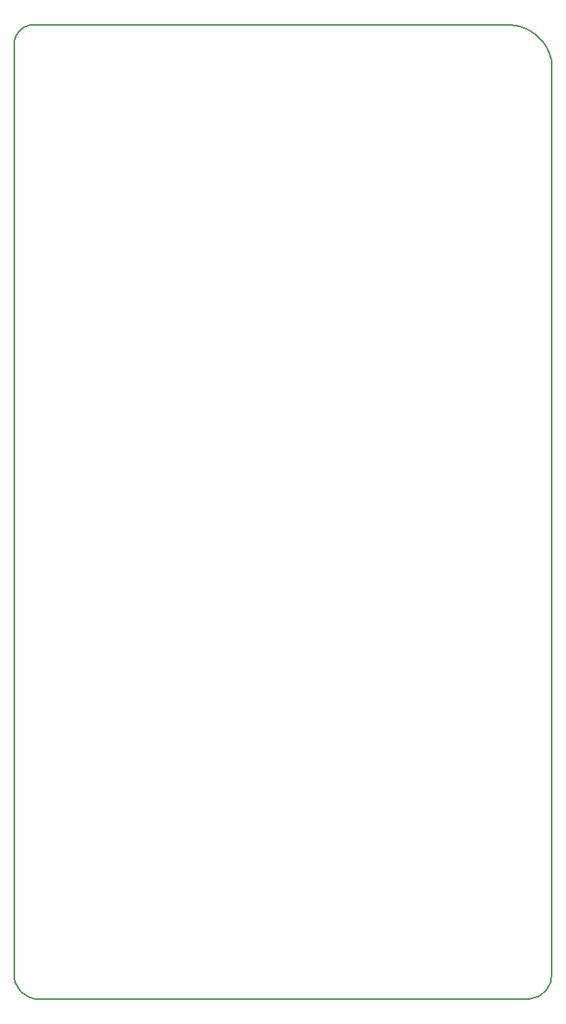
<source format=gko>
G04 DipTrace 3.3.0.0*
G04 monsooon_01.GKO*
%MOIN*%
G04 #@! TF.FileFunction,Profile*
G04 #@! TF.Part,Single*
%ADD11C,0.005512*%
%FSLAX26Y26*%
G04*
G70*
G90*
G75*
G01*
G04 BoardOutline*
%LPD*%
X2669199Y394199D2*
D11*
G03X2769199Y506699I-6250J106250D01*
G01*
Y4531699D1*
G03X2581699Y4694199I-194118J-34559D01*
G01*
X469199D1*
G03X394199Y4619199I12500J-87500D01*
G01*
Y506699D1*
G03X506699Y394199I106250J-6250D01*
G01*
X2669199D1*
M02*

</source>
